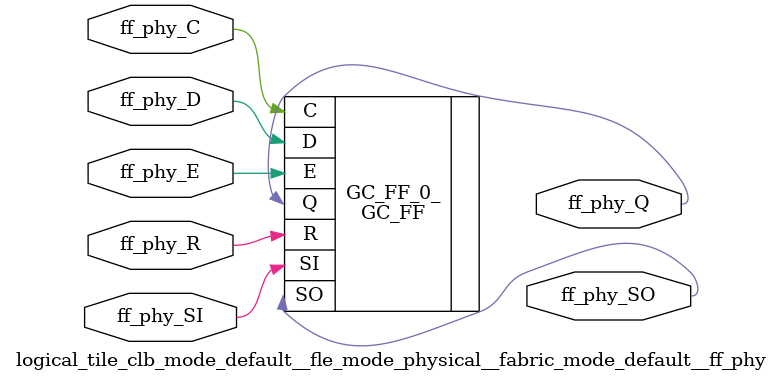
<source format=v>
`timescale 1ns / 1ps

`default_nettype wire

// ----- Verilog module for logical_tile_clb_mode_default__fle_mode_physical__fabric_mode_default__ff_phy -----
module logical_tile_clb_mode_default__fle_mode_physical__fabric_mode_default__ff_phy(ff_phy_D,
                                                                                     ff_phy_SI,
                                                                                     ff_phy_R,
                                                                                     ff_phy_E,
                                                                                     ff_phy_SO,
                                                                                     ff_phy_Q,
                                                                                     ff_phy_C);
//----- INPUT PORTS -----
input [0:0] ff_phy_D;
//----- INPUT PORTS -----
input [0:0] ff_phy_SI;
//----- INPUT PORTS -----
input [0:0] ff_phy_R;
//----- INPUT PORTS -----
input [0:0] ff_phy_E;
//----- OUTPUT PORTS -----
output [0:0] ff_phy_SO;
//----- OUTPUT PORTS -----
output [0:0] ff_phy_Q;
//----- CLOCK PORTS -----
input [0:0] ff_phy_C;

//----- BEGIN Registered ports -----
//----- END Registered ports -----



// ----- BEGIN Local short connections -----
// ----- END Local short connections -----
// ----- BEGIN Local output short connections -----
// ----- END Local output short connections -----

	GC_FF GC_FF_0_ (
		.D(ff_phy_D),
		.SI(ff_phy_SI),
		.R(ff_phy_R),
		.E(ff_phy_E),
		.C(ff_phy_C),
		.SO(ff_phy_SO),
		.Q(ff_phy_Q));

endmodule
// ----- END Verilog module for logical_tile_clb_mode_default__fle_mode_physical__fabric_mode_default__ff_phy -----

//----- Default net type -----
`default_nettype none




</source>
